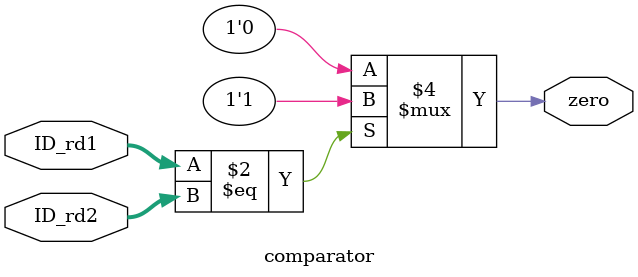
<source format=v>
module comparator (
    input [31:0] ID_rd1,
    input [31:0] ID_rd2,
    output reg zero
);
    always @(*) begin
        if (ID_rd1 == ID_rd2) begin
            zero = 1'b1;
        end
        else begin
            zero = 1'b0;
        end
        // $display("rd1: %d, rd2: %d, zero: %d",ID_rd1, ID_rd2, zero);
    end

endmodule
</source>
